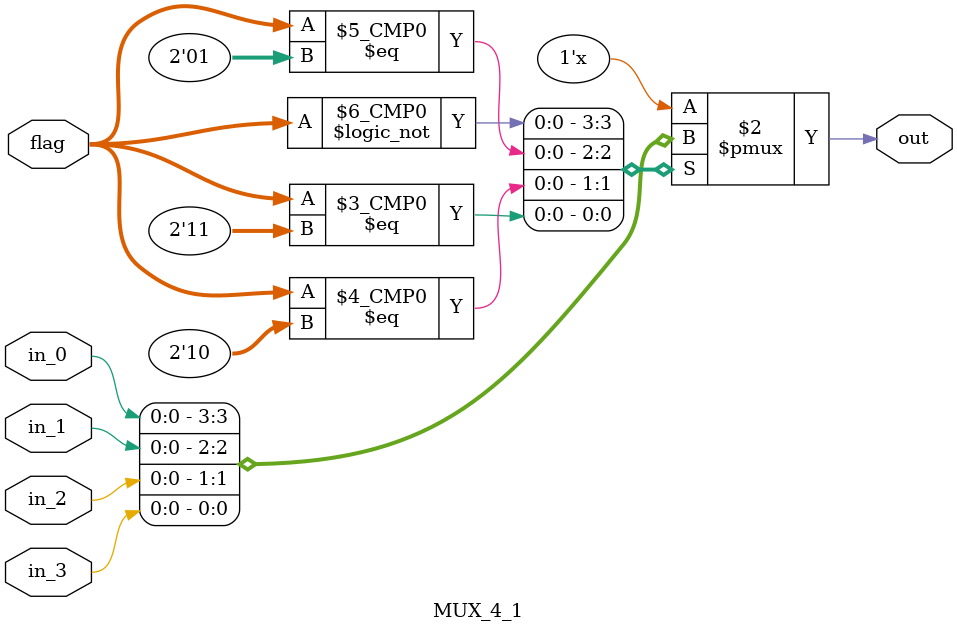
<source format=v>
`timescale 1ns / 1ps


module MUX_4_1( input in_0,
					 input in_1,
					 input in_2,
					 input in_3,
					 input [1:0]flag,
					 output reg out                
    );

always @ (*) begin
case (flag)
	2'b00 : out = in_0;
	2'b01 : out = in_1;
	2'b10 : out = in_2;
	2'b11 : out = in_3;
	default : out = 32'b00000000000000000000000000000000;

endcase
end


endmodule

</source>
